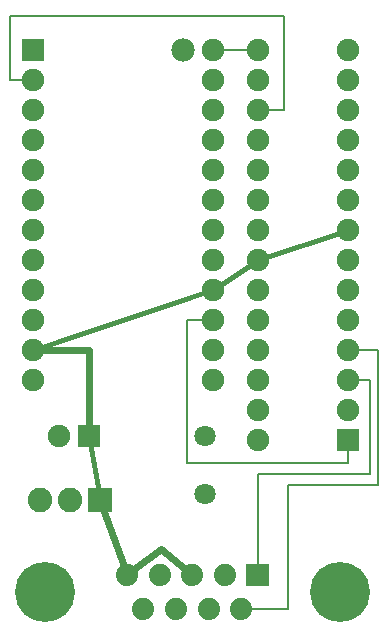
<source format=gtl>
G04 MADE WITH FRITZING*
G04 WWW.FRITZING.ORG*
G04 DOUBLE SIDED*
G04 HOLES PLATED*
G04 CONTOUR ON CENTER OF CONTOUR VECTOR*
%ASAXBY*%
%FSLAX23Y23*%
%MOIN*%
%OFA0B0*%
%SFA1.0B1.0*%
%ADD10C,0.075000*%
%ADD11C,0.082000*%
%ADD12C,0.070925*%
%ADD13C,0.070866*%
%ADD14C,0.074000*%
%ADD15C,0.200000*%
%ADD16C,0.078000*%
%ADD17R,0.075000X0.075000*%
%ADD18R,0.082000X0.082000*%
%ADD19C,0.008000*%
%ADD20C,0.024000*%
%ADD21C,0.016000*%
%ADD22R,0.001000X0.001000*%
%LNCOPPER1*%
G90*
G70*
G54D10*
X290Y648D03*
X190Y648D03*
X1153Y636D03*
X853Y636D03*
X1153Y736D03*
X853Y736D03*
X1153Y836D03*
X853Y836D03*
X1153Y936D03*
X853Y936D03*
X1153Y1036D03*
X853Y1036D03*
X1153Y1136D03*
X853Y1136D03*
X1153Y1236D03*
X853Y1236D03*
X1153Y1336D03*
X853Y1336D03*
X1153Y1436D03*
X853Y1436D03*
X1153Y1536D03*
X853Y1536D03*
X1153Y1636D03*
X853Y1636D03*
X1153Y1736D03*
X853Y1736D03*
X1153Y1836D03*
X853Y1836D03*
X1153Y1936D03*
X853Y1936D03*
X103Y1936D03*
X703Y1936D03*
X103Y1836D03*
X703Y1836D03*
X103Y1736D03*
X703Y1736D03*
X103Y1636D03*
X703Y1636D03*
X103Y1536D03*
X703Y1536D03*
X103Y1436D03*
X703Y1436D03*
X103Y1336D03*
X703Y1336D03*
X103Y1236D03*
X703Y1236D03*
X103Y1136D03*
X703Y1136D03*
X103Y1036D03*
X703Y1036D03*
X103Y936D03*
X703Y936D03*
X103Y836D03*
X703Y836D03*
G54D11*
X328Y436D03*
X228Y436D03*
X128Y436D03*
G54D12*
X678Y455D03*
G54D13*
X678Y648D03*
G54D14*
X853Y186D03*
X743Y186D03*
X634Y186D03*
X525Y186D03*
X416Y186D03*
X798Y74D03*
X689Y74D03*
X580Y74D03*
X471Y74D03*
G54D15*
X1127Y130D03*
X142Y130D03*
G54D14*
X853Y186D03*
X743Y186D03*
X634Y186D03*
X525Y186D03*
X416Y186D03*
X798Y74D03*
X689Y74D03*
X580Y74D03*
X471Y74D03*
G54D15*
X1127Y130D03*
X142Y130D03*
G54D16*
X603Y1936D03*
G54D17*
X290Y648D03*
X1153Y636D03*
X103Y1936D03*
G54D18*
X328Y436D03*
G54D19*
X952Y487D02*
X1253Y487D01*
D02*
X952Y74D02*
X952Y487D01*
D02*
X1253Y487D02*
X1253Y936D01*
D02*
X1253Y936D02*
X1176Y936D01*
D02*
X823Y74D02*
X952Y74D01*
D02*
X852Y523D02*
X852Y211D01*
D02*
X1227Y835D02*
X1227Y523D01*
D02*
X1227Y523D02*
X852Y523D01*
D02*
X1176Y836D02*
X1227Y835D01*
G54D20*
D02*
X610Y206D02*
X529Y273D01*
D02*
X529Y273D02*
X441Y205D01*
G54D21*
D02*
X323Y462D02*
X294Y626D01*
G54D19*
D02*
X829Y1936D02*
X726Y1936D01*
D02*
X876Y1736D02*
X940Y1735D01*
D02*
X940Y1735D02*
X940Y2048D01*
D02*
X940Y2048D02*
X28Y2048D01*
D02*
X28Y2048D02*
X28Y1835D01*
D02*
X28Y1835D02*
X79Y1836D01*
G54D21*
D02*
X880Y1245D02*
X1125Y1327D01*
D02*
X124Y943D02*
X681Y1129D01*
G54D20*
D02*
X406Y215D02*
X338Y406D01*
G54D21*
D02*
X722Y1149D02*
X833Y1223D01*
G54D19*
D02*
X616Y1036D02*
X679Y1036D01*
D02*
X616Y561D02*
X616Y1036D01*
D02*
X1153Y561D02*
X616Y561D01*
D02*
X1153Y613D02*
X1153Y561D01*
G54D20*
D02*
X290Y677D02*
X291Y936D01*
D02*
X291Y936D02*
X131Y936D01*
G54D22*
X815Y223D02*
X888Y223D01*
X815Y222D02*
X888Y222D01*
X815Y221D02*
X888Y221D01*
X815Y220D02*
X888Y220D01*
X815Y219D02*
X888Y219D01*
X815Y218D02*
X888Y218D01*
X815Y217D02*
X888Y217D01*
X815Y216D02*
X888Y216D01*
X815Y215D02*
X888Y215D01*
X815Y214D02*
X888Y214D01*
X815Y213D02*
X888Y213D01*
X815Y212D02*
X888Y212D01*
X815Y211D02*
X888Y211D01*
X815Y210D02*
X888Y210D01*
X815Y209D02*
X888Y209D01*
X815Y208D02*
X888Y208D01*
X815Y207D02*
X888Y207D01*
X815Y206D02*
X847Y206D01*
X856Y206D02*
X888Y206D01*
X815Y205D02*
X844Y205D01*
X859Y205D02*
X888Y205D01*
X815Y204D02*
X842Y204D01*
X861Y204D02*
X888Y204D01*
X815Y203D02*
X840Y203D01*
X863Y203D02*
X888Y203D01*
X815Y202D02*
X839Y202D01*
X864Y202D02*
X888Y202D01*
X815Y201D02*
X837Y201D01*
X866Y201D02*
X888Y201D01*
X815Y200D02*
X836Y200D01*
X867Y200D02*
X888Y200D01*
X815Y199D02*
X836Y199D01*
X867Y199D02*
X888Y199D01*
X815Y198D02*
X835Y198D01*
X868Y198D02*
X888Y198D01*
X815Y197D02*
X834Y197D01*
X869Y197D02*
X888Y197D01*
X815Y196D02*
X834Y196D01*
X869Y196D02*
X888Y196D01*
X815Y195D02*
X833Y195D01*
X870Y195D02*
X888Y195D01*
X815Y194D02*
X833Y194D01*
X870Y194D02*
X888Y194D01*
X815Y193D02*
X832Y193D01*
X871Y193D02*
X888Y193D01*
X815Y192D02*
X832Y192D01*
X871Y192D02*
X888Y192D01*
X815Y191D02*
X832Y191D01*
X871Y191D02*
X888Y191D01*
X815Y190D02*
X831Y190D01*
X872Y190D02*
X888Y190D01*
X815Y189D02*
X831Y189D01*
X872Y189D02*
X888Y189D01*
X815Y188D02*
X831Y188D01*
X872Y188D02*
X888Y188D01*
X815Y187D02*
X831Y187D01*
X872Y187D02*
X888Y187D01*
X815Y186D02*
X831Y186D01*
X872Y186D02*
X888Y186D01*
X815Y185D02*
X831Y185D01*
X872Y185D02*
X888Y185D01*
X815Y184D02*
X831Y184D01*
X872Y184D02*
X888Y184D01*
X815Y183D02*
X831Y183D01*
X872Y183D02*
X888Y183D01*
X815Y182D02*
X832Y182D01*
X871Y182D02*
X888Y182D01*
X815Y181D02*
X832Y181D01*
X871Y181D02*
X888Y181D01*
X815Y180D02*
X832Y180D01*
X871Y180D02*
X888Y180D01*
X815Y179D02*
X832Y179D01*
X871Y179D02*
X888Y179D01*
X815Y178D02*
X833Y178D01*
X870Y178D02*
X888Y178D01*
X815Y177D02*
X833Y177D01*
X870Y177D02*
X888Y177D01*
X815Y176D02*
X834Y176D01*
X869Y176D02*
X888Y176D01*
X815Y175D02*
X835Y175D01*
X868Y175D02*
X888Y175D01*
X815Y174D02*
X835Y174D01*
X868Y174D02*
X888Y174D01*
X815Y173D02*
X836Y173D01*
X867Y173D02*
X888Y173D01*
X815Y172D02*
X837Y172D01*
X866Y172D02*
X888Y172D01*
X815Y171D02*
X838Y171D01*
X865Y171D02*
X888Y171D01*
X815Y170D02*
X840Y170D01*
X863Y170D02*
X888Y170D01*
X815Y169D02*
X841Y169D01*
X862Y169D02*
X888Y169D01*
X815Y168D02*
X843Y168D01*
X860Y168D02*
X888Y168D01*
X815Y167D02*
X846Y167D01*
X857Y167D02*
X888Y167D01*
X815Y166D02*
X888Y166D01*
X815Y165D02*
X888Y165D01*
X815Y164D02*
X888Y164D01*
X815Y163D02*
X888Y163D01*
X815Y162D02*
X888Y162D01*
X815Y161D02*
X888Y161D01*
X815Y160D02*
X888Y160D01*
X815Y159D02*
X888Y159D01*
X815Y158D02*
X888Y158D01*
X815Y157D02*
X888Y157D01*
X815Y156D02*
X888Y156D01*
X815Y155D02*
X888Y155D01*
X815Y154D02*
X888Y154D01*
X815Y153D02*
X888Y153D01*
X815Y152D02*
X888Y152D01*
X815Y151D02*
X888Y151D01*
X815Y150D02*
X888Y150D01*
D02*
G04 End of Copper1*
M02*
</source>
